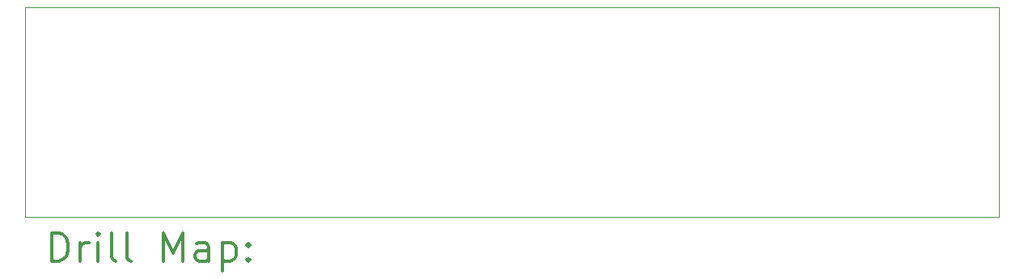
<source format=gbr>
%FSLAX45Y45*%
G04 Gerber Fmt 4.5, Leading zero omitted, Abs format (unit mm)*
G04 Created by KiCad (PCBNEW (5.1.9)-1) date 2021-10-03 21:12:49*
%MOMM*%
%LPD*%
G01*
G04 APERTURE LIST*
%TA.AperFunction,Profile*%
%ADD10C,0.100000*%
%TD*%
%ADD11C,0.200000*%
%ADD12C,0.300000*%
G04 APERTURE END LIST*
D10*
X19300000Y-7700000D02*
X9100000Y-7700000D01*
X19300000Y-9900000D02*
X19300000Y-7700000D01*
X9100000Y-9900000D02*
X19300000Y-9900000D01*
X9100000Y-7700000D02*
X9100000Y-9900000D01*
D11*
D12*
X9381428Y-10370714D02*
X9381428Y-10070714D01*
X9452857Y-10070714D01*
X9495714Y-10085000D01*
X9524286Y-10113572D01*
X9538571Y-10142143D01*
X9552857Y-10199286D01*
X9552857Y-10242143D01*
X9538571Y-10299286D01*
X9524286Y-10327857D01*
X9495714Y-10356429D01*
X9452857Y-10370714D01*
X9381428Y-10370714D01*
X9681428Y-10370714D02*
X9681428Y-10170714D01*
X9681428Y-10227857D02*
X9695714Y-10199286D01*
X9710000Y-10185000D01*
X9738571Y-10170714D01*
X9767143Y-10170714D01*
X9867143Y-10370714D02*
X9867143Y-10170714D01*
X9867143Y-10070714D02*
X9852857Y-10085000D01*
X9867143Y-10099286D01*
X9881428Y-10085000D01*
X9867143Y-10070714D01*
X9867143Y-10099286D01*
X10052857Y-10370714D02*
X10024286Y-10356429D01*
X10010000Y-10327857D01*
X10010000Y-10070714D01*
X10210000Y-10370714D02*
X10181428Y-10356429D01*
X10167143Y-10327857D01*
X10167143Y-10070714D01*
X10552857Y-10370714D02*
X10552857Y-10070714D01*
X10652857Y-10285000D01*
X10752857Y-10070714D01*
X10752857Y-10370714D01*
X11024286Y-10370714D02*
X11024286Y-10213572D01*
X11010000Y-10185000D01*
X10981428Y-10170714D01*
X10924286Y-10170714D01*
X10895714Y-10185000D01*
X11024286Y-10356429D02*
X10995714Y-10370714D01*
X10924286Y-10370714D01*
X10895714Y-10356429D01*
X10881428Y-10327857D01*
X10881428Y-10299286D01*
X10895714Y-10270714D01*
X10924286Y-10256429D01*
X10995714Y-10256429D01*
X11024286Y-10242143D01*
X11167143Y-10170714D02*
X11167143Y-10470714D01*
X11167143Y-10185000D02*
X11195714Y-10170714D01*
X11252857Y-10170714D01*
X11281428Y-10185000D01*
X11295714Y-10199286D01*
X11310000Y-10227857D01*
X11310000Y-10313572D01*
X11295714Y-10342143D01*
X11281428Y-10356429D01*
X11252857Y-10370714D01*
X11195714Y-10370714D01*
X11167143Y-10356429D01*
X11438571Y-10342143D02*
X11452857Y-10356429D01*
X11438571Y-10370714D01*
X11424286Y-10356429D01*
X11438571Y-10342143D01*
X11438571Y-10370714D01*
X11438571Y-10185000D02*
X11452857Y-10199286D01*
X11438571Y-10213572D01*
X11424286Y-10199286D01*
X11438571Y-10185000D01*
X11438571Y-10213572D01*
M02*

</source>
